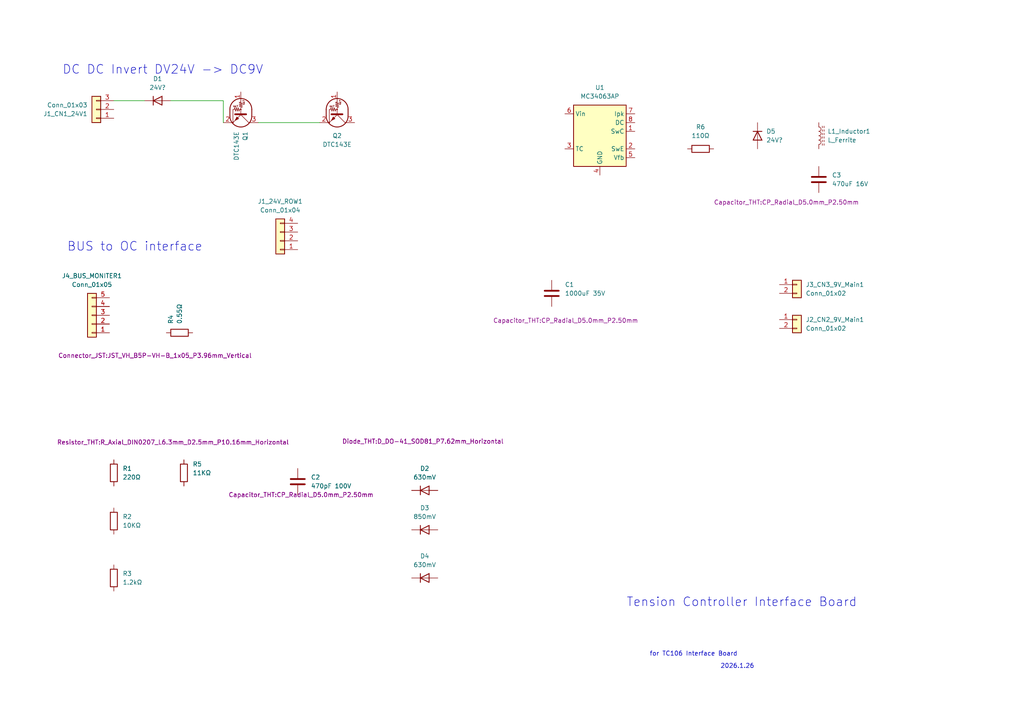
<source format=kicad_sch>
(kicad_sch (version 20250114) (generator "eeschema") (generator_version "9.0")
  (paper "A4")
  (lib_symbols
    (symbol "Connector_Generic:Conn_01x02" (pin_names (offset 1.016) (hide yes))
      (property "Reference" "J" (at 0 2.54 0))
      (property "Value" "Conn_01x02" (at 0 -5.08 0))
      (symbol "Conn_01x02_1_1"
        (rectangle (start -1.27 1.27) (end 1.27 -3.81) (stroke (width 0.254)) (fill (type background)))
        (rectangle (start -1.27 0.127) (end 0 -0.127) (stroke (width 0.1524)))
        (rectangle (start -1.27 -2.413) (end 0 -2.667) (stroke (width 0.1524)))
        (pin passive line (at -5.08 0 0) (length 3.81) (name "Pin_1") (number "1"))
        (pin passive line (at -5.08 -2.54 0) (length 3.81) (name "Pin_2") (number "2"))
      )
    )
    (symbol "Connector_Generic:Conn_01x03" (pin_names (offset 1.016) (hide yes))
      (property "Reference" "J" (at 0 5.08 0))
      (property "Value" "Conn_01x03" (at 0 -5.08 0))
      (symbol "Conn_01x03_1_1"
        (rectangle (start -1.27 3.81) (end 1.27 -3.81) (stroke (width 0.254)) (fill (type background)))
        (rectangle (start -1.27 2.667) (end 0 2.413) (stroke (width 0.1524)))
        (rectangle (start -1.27 0.127) (end 0 -0.127) (stroke (width 0.1524)))
        (rectangle (start -1.27 -2.413) (end 0 -2.667) (stroke (width 0.1524)))
        (pin passive line (at -5.08 2.54 0) (length 3.81) (name "Pin_1") (number "1"))
        (pin passive line (at -5.08 0 0) (length 3.81) (name "Pin_2") (number "2"))
        (pin passive line (at -5.08 -2.54 0) (length 3.81) (name "Pin_3") (number "3"))
      )
    )
    (symbol "Connector_Generic:Conn_01x04" (pin_names (offset 1.016) (hide yes))
      (property "Reference" "J" (at 0 5.08 0))
      (property "Value" "Conn_01x04" (at 0 -7.62 0))
      (symbol "Conn_01x04_1_1"
        (rectangle (start -1.27 3.81) (end 1.27 -6.35) (stroke (width 0.254)) (fill (type background)))
        (rectangle (start -1.27 2.667) (end 0 2.413) (stroke (width 0.1524)))
        (rectangle (start -1.27 0.127) (end 0 -0.127) (stroke (width 0.1524)))
        (rectangle (start -1.27 -2.413) (end 0 -2.667) (stroke (width 0.1524)))
        (rectangle (start -1.27 -4.953) (end 0 -5.207) (stroke (width 0.1524)))
        (pin passive line (at -5.08 2.54 0) (length 3.81) (name "Pin_1") (number "1"))
        (pin passive line (at -5.08 0 0) (length 3.81) (name "Pin_2") (number "2"))
        (pin passive line (at -5.08 -2.54 0) (length 3.81) (name "Pin_3") (number "3"))
        (pin passive line (at -5.08 -5.08 0) (length 3.81) (name "Pin_4") (number "4"))
      )
    )
    (symbol "Connector_Generic:Conn_01x05" (pin_names (offset 1.016) (hide yes))
      (property "Reference" "J" (at 0 7.62 0))
      (property "Value" "Conn_01x05" (at 0 -7.62 0))
      (symbol "Conn_01x05_1_1"
        (rectangle (start -1.27 6.35) (end 1.27 -6.35) (stroke (width 0.254)) (fill (type background)))
        (rectangle (start -1.27 5.207) (end 0 4.953) (stroke (width 0.1524)))
        (rectangle (start -1.27 2.667) (end 0 2.413) (stroke (width 0.1524)))
        (rectangle (start -1.27 0.127) (end 0 -0.127) (stroke (width 0.1524)))
        (rectangle (start -1.27 -2.413) (end 0 -2.667) (stroke (width 0.1524)))
        (rectangle (start -1.27 -4.953) (end 0 -5.207) (stroke (width 0.1524)))
        (pin passive line (at -5.08 5.08 0) (length 3.81) (name "Pin_1") (number "1"))
        (pin passive line (at -5.08 2.54 0) (length 3.81) (name "Pin_2") (number "2"))
        (pin passive line (at -5.08 0 0) (length 3.81) (name "Pin_3") (number "3"))
        (pin passive line (at -5.08 -2.54 0) (length 3.81) (name "Pin_4") (number "4"))
        (pin passive line (at -5.08 -5.08 0) (length 3.81) (name "Pin_5") (number "5"))
      )
    )
    (symbol "Device:C" (pin_numbers (hide yes)) (pin_names (offset 0.254))
      (property "Reference" "C" (at 0.635 2.54 0))
      (property "Value" "C" (at 0.635 -2.54 0))
      (symbol "C_0_1"
        (polyline (pts (xy -2.032 0.762) (xy 2.032 0.762)) (stroke (width 0.508)))
        (polyline (pts (xy -2.032 -0.762) (xy 2.032 -0.762)) (stroke (width 0.508)))
      )
      (symbol "C_1_1"
        (pin passive line (at 0 3.81 270) (length 2.794) (name "~") (number "1"))
        (pin passive line (at 0 -3.81 90) (length 2.794) (name "~") (number "2"))
      )
    )
    (symbol "Device:D" (pin_numbers (hide yes)) (pin_names (offset 1.016) (hide yes))
      (property "Reference" "D" (at 0 2.54 0))
      (property "Value" "D" (at 0 -2.54 0))
      (symbol "D_0_1"
        (polyline (pts (xy -1.27 1.27) (xy -1.27 -1.27)) (stroke (width 0.254)))
        (polyline (pts (xy 1.27 1.27) (xy 1.27 -1.27) (xy -1.27 0) (xy 1.27 1.27)) (stroke (width 0.254)))
        (polyline (pts (xy 1.27 0) (xy -1.27 0)))
      )
      (symbol "D_1_1"
        (pin passive line (at -3.81 0 0) (length 2.54) (name "K") (number "1"))
        (pin passive line (at 3.81 0 180) (length 2.54) (name "A") (number "2"))
      )
    )
    (symbol "Device:L_Ferrite" (pin_numbers (hide yes)) (pin_names (offset 1.016) (hide yes))
      (property "Reference" "L" (at -1.27 0 90))
      (property "Value" "L_Ferrite" (at 2.794 0 90))
      (symbol "L_Ferrite_0_1"
        (arc (start 0 2.54) (mid 0.6323 1.905) (end 0 1.27))
        (arc (start 0 1.27) (mid 0.6323 0.635) (end 0 0))
        (arc (start 0 0) (mid 0.6323 -0.635) (end 0 -1.27))
        (arc (start 0 -1.27) (mid 0.6323 -1.905) (end 0 -2.54))
        (polyline (pts (xy 1.016 2.286) (xy 1.016 2.794)))
        (polyline (pts (xy 1.016 1.27) (xy 1.016 1.778)))
        (polyline (pts (xy 1.016 0.254) (xy 1.016 0.762)))
        (polyline (pts (xy 1.016 -0.762) (xy 1.016 -0.254)))
        (polyline (pts (xy 1.016 -1.778) (xy 1.016 -1.27)))
        (polyline (pts (xy 1.016 -2.794) (xy 1.016 -2.286)))
        (polyline (pts (xy 1.524 2.794) (xy 1.524 2.286)))
        (polyline (pts (xy 1.524 1.778) (xy 1.524 1.27)))
        (polyline (pts (xy 1.524 0.762) (xy 1.524 0.254)))
        (polyline (pts (xy 1.524 -0.254) (xy 1.524 -0.762)))
        (polyline (pts (xy 1.524 -1.27) (xy 1.524 -1.778)))
        (polyline (pts (xy 1.524 -2.286) (xy 1.524 -2.794)))
      )
      (symbol "L_Ferrite_1_1"
        (pin passive line (at 0 3.81 270) (length 1.27) (name "1") (number "1"))
        (pin passive line (at 0 -3.81 90) (length 1.27) (name "2") (number "2"))
      )
    )
    (symbol "Device:R" (pin_numbers (hide yes)) (pin_names (offset 0))
      (property "Reference" "R" (at 2.032 0 90))
      (property "Value" "R" (at 0 0 90))
      (symbol "R_0_1"
        (rectangle (start -1.016 -2.54) (end 1.016 2.54) (stroke (width 0.254)))
      )
      (symbol "R_1_1"
        (pin passive line (at 0 3.81 270) (length 1.27) (name "~") (number "1"))
        (pin passive line (at 0 -3.81 90) (length 1.27) (name "~") (number "2"))
      )
    )
    (symbol "Regulator_Switching:MC34063AP"
      (property "Reference" "U" (at -7.62 8.89 0))
      (property "Value" "MC34063AP" (at 0 8.89 0))
      (symbol "MC34063AP_0_1"
        (rectangle (start -7.62 7.62) (end 7.62 -10.16) (stroke (width 0.254)) (fill (type background)))
      )
      (symbol "MC34063AP_1_1"
        (pin power_in line (at -10.16 5.08 0) (length 2.54) (name "Vin") (number "6"))
        (pin passive line (at -10.16 -5.08 0) (length 2.54) (name "TC") (number "3"))
        (pin power_in line (at 0 -12.7 90) (length 2.54) (name "GND") (number "4"))
        (pin input line (at 10.16 5.08 180) (length 2.54) (name "Ipk") (number "7"))
        (pin open_collector line (at 10.16 2.54 180) (length 2.54) (name "DC") (number "8"))
        (pin open_collector line (at 10.16 0 180) (length 2.54) (name "SwC") (number "1"))
        (pin open_emitter line (at 10.16 -5.08 180) (length 2.54) (name "SwE") (number "2"))
        (pin input line (at 10.16 -7.62 180) (length 2.54) (name "Vfb") (number "5"))
      )
    )
    (symbol "Transistor_BJT:DTC143E" (pin_names (offset 0) (hide yes))
      (property "Reference" "Q" (at 5.08 1.905 0))
      (property "Value" "DTC143E" (at 5.08 0 0))
      (symbol "DTC143E_0_0"
        (text "4k7" (at -3.302 0.889 0) (effects (font (size 0.508 0.508))))
        (text "4k7" (at -2.159 -1.524 900) (effects (font (size 0.508 0.508))))
      )
      (symbol "DTC143E_0_1"
        (polyline (pts (xy -3.429 0) (xy -3.81 0)))
        (polyline (pts (xy -1.27 3.175) (xy 0.635 3.175)) (stroke (width 0.254)))
        (circle (center -1.27 0) (radius 0.127))
        (polyline (pts (xy -1.27 0) (xy -1.27 -0.381) (xy -0.762 -0.508) (xy -1.778 -0.762) (xy -0.762 -1.016) (xy -1.778 -1.27) (xy -0.762 -1.524) (xy -1.778 -1.778) (xy -1.27 -1.905) (xy -1.27 -2.286) (xy 2.54 -2.286)))
        (polyline (pts (xy -1.27 -3.175) (xy 0.635 -3.175)) (stroke (width 0.254)))
        (arc (start -1.27 -3.175) (mid -4.4312 0) (end -1.27 3.175) (stroke (width 0.254)))
        (polyline (pts (xy 0 0) (xy -1.905 0) (xy -2.032 0.508) (xy -2.286 -0.508) (xy -2.54 0.508) (xy -2.794 -0.508) (xy -3.048 0.508) (xy -3.302 -0.508) (xy -3.429 0)))
        (polyline (pts (xy 0 -0.254) (xy 2.54 2.286)))
        (polyline (pts (xy 0.127 1.524) (xy 0.127 -1.651)) (stroke (width 0.508)) (fill (type outline)))
        (arc (start 0.635 3.175) (mid 3.7962 0) (end 0.635 -3.175) (stroke (width 0.254)))
        (polyline (pts (xy 0.889 -1.143) (xy 1.397 -0.635) (xy 1.905 -1.651) (xy 0.889 -1.143)) (fill (type outline)))
        (polyline (pts (xy 2.54 2.286) (xy 2.54 2.54)))
        (polyline (pts (xy 2.54 -2.286) (xy 0 0.254) (xy 0 0.254)))
        (circle (center 2.54 -2.286) (radius 0.127))
      )
      (symbol "DTC143E_1_1"
        (pin input line (at -6.35 0 0) (length 2.54) (name "B") (number "1"))
        (pin passive line (at 2.54 5.08 270) (length 2.54) (name "C") (number "3"))
        (pin passive line (at 2.54 -5.08 90) (length 2.54) (name "E") (number "2"))
      )
    )
  )
  (text "Tension Controller Interface Board" (at 215.138 174.752 0) (effects (font (size 2.54 2.54))))
  (text "for TC106 Interface Board" (at 201.168 189.738 0) (effects (font (size 1.27 1.27))))
  (text "BUS to OC interface" (at 39.116 71.628 0) (effects (font (size 2.54 2.54))))
  (text "DC DC Invert DV24V -> DC9V" (at 47.244 20.32 0) (effects (font (size 2.54 2.54))))
  (text "2026.1.26" (at 213.868 193.294 0) (effects (font (size 1.27 1.27))))
  (wire (pts (xy 33.02 29.21) (xy 41.91 29.21)))
  (wire (pts (xy 74.93 35.56) (xy 92.71 35.56)))
  (wire (pts (xy 49.53 29.21) (xy 64.77 29.21)))
  (wire (pts (xy 64.77 29.21) (xy 64.77 35.56)))
  (symbol (lib_id "Device:R") (at 33.02 167.64 0) (unit 1)
    (property "Reference" "R3" (at 35.56 166.3699 0) (effects (justify left)))
    (property "Value" "1.2kΩ" (at 35.56 168.9099 0) (effects (justify left)))
    (property "Footprint" "Resistor_THT:R_Axial_DIN0207_L6.3mm_D2.5mm_P7.62mm_Horizontal" (effects (hide yes)))
    (property "Description" "Resistor" (effects (hide yes)))
  )
  (symbol (lib_id "Device:R") (at 52.07 96.52 90) (unit 1)
    (property "Reference" "R4" (at 49.5299 93.98 0) (effects (justify left)))
    (property "Value" "0.55Ω" (at 52.0699 93.98 0) (effects (justify left)))
    (property "Footprint" "Resistor_THT:R_Axial_DIN0207_L6.3mm_D2.5mm_P7.62mm_Horizontal" (effects (hide yes)))
    (property "Description" "Resistor" (effects (hide yes)))
  )
  (symbol (lib_id "Regulator_Switching:MC34063AP") (at 173.99 38.1 0) (unit 1)
    (property "Reference" "U1" (at 173.99 25.4 0))
    (property "Value" "MC34063AP" (at 173.99 27.94 0))
    (property "Footprint" "Package_DIP:DIP-8_W7.62mm" (effects (hide yes)))
    (property "Datasheet" "http://www.onsemi.com/pub_link/Collateral/MC34063A-D.PDF" (effects (hide yes)))
    (property "Description" "1.5A, step-up/down/inverting switching regulator, 3-40V Vin, 100kHz, DIP-8" (effects (hide yes)))
  )
  (symbol (lib_id "Device:D") (at 219.71 39.37 270) (unit 1)
    (property "Reference" "D5" (at 222.25 38.0999 90) (effects (justify left)))
    (property "Value" "24V?" (at 222.25 40.6399 90) (effects (justify left)))
    (property "Footprint" "Diode_THT:D_DO-41_SOD81_P7.62mm_Horizontal" (effects (hide yes)))
    (property "Description" "Diode" (effects (hide yes)))
    (property "Sim.Device" "D" (effects (hide yes)))
    (property "Sim.Pins" "1=K 2=A" (effects (hide yes)))
  )
  (symbol (lib_id "Connector_Generic:Conn_01x02") (at 231.14 82.55 0) (unit 1)
    (property "Reference" "J3_CN3_9V_Main1" (at 233.68 82.5499 0) (effects (justify left)))
    (property "Value" "Conn_01x02" (at 233.68 85.0899 0) (effects (justify left)))
    (property "Footprint" "Connector_JST:JST_VH_B2P-VH-B_1x02_P3.96mm_Vertical" (effects (hide yes)))
    (property "Description" "Generic connector, single row, 01x02, script generated (kicad-library-utils/schlib/autogen/connector/)" (effects (hide yes)))
  )
  (symbol (lib_id "Transistor_BJT:DTC143E") (at 97.79 33.02 270) (unit 1)
    (property "Reference" "Q2" (at 97.79 39.37 90))
    (property "Value" "DTC143E" (at 97.79 41.91 90))
    (property "Footprint" "Package_TO_SOT_THT:TO-92_Inline" (effects (hide yes)))
    (property "Description" "Digital NPN Transistor, 4k7/4k7, SOT-23" (effects (hide yes)))
  )
  (symbol (lib_id "Device:D") (at 45.72 29.21 0) (unit 1)
    (property "Reference" "D1" (at 45.72 22.86 0))
    (property "Value" "24V?" (at 45.72 25.4 0))
    (property "Footprint" "Diode_THT:D_DO-41_SOD81_P7.62mm_Horizontal" (effects (hide yes)))
    (property "Description" "Diode" (effects (hide yes)))
    (property "Sim.Device" "D" (effects (hide yes)))
    (property "Sim.Pins" "1=K 2=A" (effects (hide yes)))
  )
  (symbol (lib_id "Connector_Generic:Conn_01x04") (at 81.28 69.85 180) (unit 1)
    (property "Reference" "J1_24V_ROW1" (at 81.28 58.42 0))
    (property "Value" "Conn_01x04" (at 81.28 60.96 0))
    (property "Footprint" "Connector_JST:JST_VH_B4P-VH-B_1x04_P3.96mm_Vertical" (effects (hide yes)))
    (property "Description" "Generic connector, single row, 01x04, script generated (kicad-library-utils/schlib/autogen/connector/)" (effects (hide yes)))
  )
  (symbol (lib_id "Device:C") (at 160.02 85.09 180) (unit 1)
    (property "Reference" "C1" (at 163.83 82.5499 0) (effects (justify right)))
    (property "Value" "1000uF 35V" (at 163.83 85.0899 0) (effects (justify right)))
    (property "Footprint" "Capacitor_THT:CP_Radial_D5.0mm_P2.50mm" (at 143.002 92.964 0) (effects (justify right)))
    (property "Description" "Unpolarized capacitor" (effects (hide yes)))
  )
  (symbol (lib_id "Device:R") (at 33.02 151.13 0) (unit 1)
    (property "Reference" "R2" (at 35.56 149.8599 0) (effects (justify left)))
    (property "Value" "10KΩ" (at 35.56 152.3999 0) (effects (justify left)))
    (property "Footprint" "Resistor_THT:R_Axial_DIN0207_L6.3mm_D2.5mm_P7.62mm_Horizontal" (effects (hide yes)))
    (property "Description" "Resistor" (effects (hide yes)))
  )
  (symbol (lib_id "Device:D") (at 123.19 142.24 0) (unit 1)
    (property "Reference" "D2" (at 123.19 135.89 0))
    (property "Value" "630mV" (at 123.19 138.43 0))
    (property "Footprint" "Diode_THT:D_DO-41_SOD81_P7.62mm_Horizontal" (at 122.682 128.016 0))
    (property "Description" "Diode" (effects (hide yes)))
    (property "Sim.Device" "D" (effects (hide yes)))
    (property "Sim.Pins" "1=K 2=A" (effects (hide yes)))
  )
  (symbol (lib_id "Connector_Generic:Conn_01x03") (at 27.94 31.75 180) (unit 1)
    (property "Reference" "J1_CN1_24V1" (at 25.4 33.0201 0) (effects (justify left)))
    (property "Value" "Conn_01x03" (at 25.4 30.4801 0) (effects (justify left)))
    (property "Footprint" "Connector_JST:JST_VH_B3P-VH-B_1x03_P3.96mm_Vertical" (effects (hide yes)))
    (property "Description" "Generic connector, single row, 01x03, script generated (kicad-library-utils/schlib/autogen/connector/)" (effects (hide yes)))
  )
  (symbol (lib_id "Connector_Generic:Conn_01x02") (at 231.14 92.71 0) (unit 1)
    (property "Reference" "J2_CN2_9V_Main1" (at 233.68 92.7099 0) (effects (justify left)))
    (property "Value" "Conn_01x02" (at 233.68 95.2499 0) (effects (justify left)))
    (property "Footprint" "Connector_JST:JST_VH_B2P-VH-B_1x02_P3.96mm_Vertical" (effects (hide yes)))
    (property "Description" "Generic connector, single row, 01x02, script generated (kicad-library-utils/schlib/autogen/connector/)" (effects (hide yes)))
  )
  (symbol (lib_id "Device:C") (at 86.36 139.7 0) (unit 1)
    (property "Reference" "C2" (at 90.17 138.4299 0) (effects (justify left)))
    (property "Value" "470pF 100V" (at 90.17 140.9699 0) (effects (justify left)))
    (property "Footprint" "Capacitor_THT:CP_Radial_D5.0mm_P2.50mm" (at 87.3252 143.51 0))
    (property "Description" "Unpolarized capacitor" (effects (hide yes)))
  )
  (symbol (lib_id "Device:R") (at 33.02 137.16 0) (unit 1)
    (property "Reference" "R1" (at 35.56 135.8899 0) (effects (justify left)))
    (property "Value" "220Ω" (at 35.56 138.4299 0) (effects (justify left)))
    (property "Footprint" "Resistor_THT:R_Axial_DIN0207_L6.3mm_D2.5mm_P7.62mm_Horizontal" (effects (hide yes)))
    (property "Description" "Resistor" (effects (hide yes)))
  )
  (symbol (lib_id "Device:R") (at 203.2 43.18 270) (unit 1)
    (property "Reference" "R6" (at 203.2 36.83 90))
    (property "Value" "110Ω" (at 203.2 39.37 90))
    (property "Footprint" "Resistor_THT:R_Axial_DIN0207_L6.3mm_D2.5mm_P7.62mm_Horizontal" (effects (hide yes)))
    (property "Description" "Resistor" (effects (hide yes)))
  )
  (symbol (lib_id "Connector_Generic:Conn_01x05") (at 26.67 91.44 180) (unit 1)
    (property "Reference" "J4_BUS_MONITER1" (at 26.67 80.01 0))
    (property "Value" "Conn_01x05" (at 26.67 82.55 0))
    (property "Footprint" "Connector_JST:JST_VH_B5P-VH-B_1x05_P3.96mm_Vertical" (at 44.958 103.124 0))
    (property "Description" "Generic connector, single row, 01x05, script generated (kicad-library-utils/schlib/autogen/connector/)" (effects (hide yes)))
  )
  (symbol (lib_id "Device:L_Ferrite") (at 237.49 39.37 0) (unit 1)
    (property "Reference" "L1_Inductor1" (at 240.03 38.0999 0) (effects (justify left)))
    (property "Value" "L_Ferrite" (at 240.03 40.6399 0) (effects (justify left)))
    (property "Footprint" "Capacitor_THT:CP_Radial_D13.0mm_P7.50mm" (effects (hide yes)))
    (property "Description" "Inductor with ferrite core" (effects (hide yes)))
  )
  (symbol (lib_id "Device:C") (at 237.49 52.07 0) (unit 1)
    (property "Reference" "C3" (at 241.3 50.7999 0) (effects (justify left)))
    (property "Value" "470uF 16V" (at 241.3 53.3399 0) (effects (justify left)))
    (property "Footprint" "Capacitor_THT:CP_Radial_D5.0mm_P2.50mm" (at 228.092 58.674 0))
    (property "Description" "Unpolarized capacitor" (effects (hide yes)))
  )
  (symbol (lib_id "Device:R") (at 53.34 137.16 0) (unit 1)
    (property "Reference" "R5" (at 55.88 134.6199 0) (effects (justify left)))
    (property "Value" "11KΩ" (at 55.88 137.1599 0) (effects (justify left)))
    (property "Footprint" "Resistor_THT:R_Axial_DIN0207_L6.3mm_D2.5mm_P10.16mm_Horizontal" (at 16.51 128.27 0) (effects (justify left)))
    (property "Description" "Resistor" (effects (hide yes)))
  )
  (symbol (lib_id "Device:D") (at 123.19 167.64 0) (unit 1)
    (property "Reference" "D4" (at 123.19 161.29 0))
    (property "Value" "630mV" (at 123.19 163.83 0))
    (property "Footprint" "Diode_THT:D_DO-41_SOD81_P7.62mm_Horizontal" (effects (hide yes)))
    (property "Description" "Diode" (effects (hide yes)))
    (property "Sim.Device" "D" (effects (hide yes)))
    (property "Sim.Pins" "1=K 2=A" (effects (hide yes)))
  )
  (symbol (lib_id "Device:D") (at 123.19 153.67 0) (unit 1)
    (property "Reference" "D3" (at 123.19 147.32 0))
    (property "Value" "850mV" (at 123.19 149.86 0))
    (property "Footprint" "Diode_THT:D_DO-41_SOD81_P7.62mm_Horizontal" (effects (hide yes)))
    (property "Description" "Diode" (effects (hide yes)))
    (property "Sim.Device" "D" (effects (hide yes)))
    (property "Sim.Pins" "1=K 2=A" (effects (hide yes)))
  )
  (symbol (lib_id "Transistor_BJT:DTC143E") (at 69.85 33.02 270) (unit 1)
    (property "Reference" "Q1" (at 71.1201 38.1 0) (effects (justify left)))
    (property "Value" "DTC143E" (at 68.5801 38.1 0) (effects (justify left)))
    (property "Footprint" "Package_TO_SOT_THT:TO-92_Inline" (effects (hide yes)))
    (property "Description" "Digital NPN Transistor, 4k7/4k7, SOT-23" (effects (hide yes)))
  )
)
</source>
